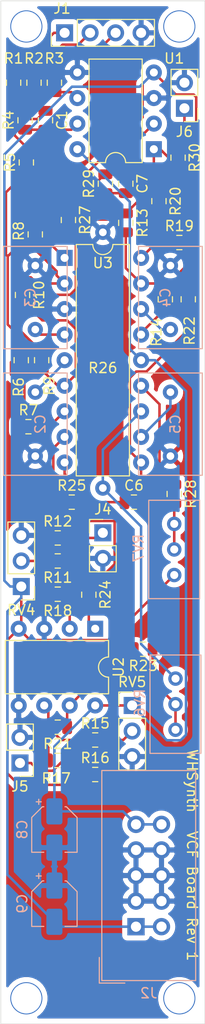
<source format=kicad_pcb>
(kicad_pcb (version 20171130) (host pcbnew "(5.1.2-1)-1")
  (layers (0 F.Cu signal) (31 B.Cu signal) (34 B.Paste user) (35 F.Paste user) (36 B.SilkS user) (37 F.SilkS user) (38 B.Mask user) (39 F.Mask user) (44 Edge.Cuts user))
  (net 0 "")
  (net 1 "Net-(C1-Pad1)")
  (net 2 "Net-(C1-Pad2)")
  (net 3 "Net-(C2-Pad1)")
  (net 4 GNDREF)
  (net 5 "Net-(C3-Pad1)")
  (net 6 "Net-(C4-Pad1)")
  (net 7 "Net-(C5-Pad1)")
  (net 8 "Net-(C6-Pad1)")
  (net 9 "Net-(C6-Pad2)")
  (net 10 "Net-(C7-Pad1)")
  (net 11 "Net-(C7-Pad2)")
  (net 12 "Net-(J1-Pad1)")
  (net 13 "Net-(J4-Pad1)")
  (net 14 "Net-(J5-Pad1)")
  (net 15 "Net-(J6-Pad1)")
  (net 16 "Net-(R1-Pad1)")
  (net 17 "Net-(R5-Pad1)")
  (net 18 "Net-(R6-Pad1)")
  (net 19 "Net-(R7-Pad1)")
  (net 20 +12V)
  (net 21 "Net-(R10-Pad2)")
  (net 22 "Net-(R10-Pad1)")
  (net 23 "Net-(R11-Pad1)")
  (net 24 "Net-(R11-Pad2)")
  (net 25 "Net-(R14-Pad1)")
  (net 26 "Net-(R15-Pad1)")
  (net 27 "Net-(R15-Pad2)")
  (net 28 -12V)
  (net 29 "Net-(R18-Pad1)")
  (net 30 "Net-(R19-Pad1)")
  (net 31 "Net-(R21-Pad1)")
  (net 32 "Net-(R23-Pad1)")
  (net 33 "Net-(R24-Pad1)")
  (net 34 "Net-(R25-Pad1)")
  (net 35 "Net-(R26-Pad1)")
  (net 36 "Net-(R28-Pad1)")
  (net 37 "Net-(R28-Pad2)")
  (net 38 "Net-(J1-Pad2)")
  (net 39 "Net-(J1-Pad3)")
  (module Connector_PinHeader_2.54mm:PinHeader_1x02_P2.54mm_Vertical (layer F.Cu) (at 63.5 78.232)
    (fp_text reference J4 (at 0 -2.33) (layer F.SilkS))
    (fp_text value RES_MOD)
    (pad 2 thru_hole oval (at 0 2.54) (size 1.7 1.7) (drill 1) (layers *.Cu *.Mask) (net 4 GNDREF))
    (pad 1 thru_hole rect (at 0 0) (size 1.7 1.7) (drill 1) (layers *.Cu *.Mask) (net 13 "Net-(J4-Pad1)"))
  )
  (module Connector_PinHeader_2.54mm:PinHeader_1x02_P2.54mm_Vertical (layer F.Cu) (at 55.245 101.092 180)
    (fp_text reference J5 (at 0 -2.33) (layer F.SilkS))
    (fp_text value FREQ_CV)
    (pad 2 thru_hole oval (at 0 2.54 180) (size 1.7 1.7) (drill 1) (layers *.Cu *.Mask) (net 4 GNDREF))
    (pad 1 thru_hole rect (at 0 0 180) (size 1.7 1.7) (drill 1) (layers *.Cu *.Mask) (net 14 "Net-(J5-Pad1)"))
  )
  (module Connector_PinHeader_2.54mm:PinHeader_1x02_P2.54mm_Vertical (layer F.Cu) (at 71.628 36.068 180)
    (fp_text reference J6 (at 0 -2.33) (layer F.SilkS))
    (fp_text value AUDIO_OUT)
    (pad 2 thru_hole oval (at 0 2.54 180) (size 1.7 1.7) (drill 1) (layers *.Cu *.Mask) (net 4 GNDREF))
    (pad 1 thru_hole rect (at 0 0 180) (size 1.7 1.7) (drill 1) (layers *.Cu *.Mask) (net 15 "Net-(J6-Pad1)"))
  )
  (module Connector_PinHeader_2.54mm:PinHeader_1x03_P2.54mm_Vertical (layer F.Cu) (at 55.372 83.566 180)
    (fp_text reference RV4 (at 0 -2.33) (layer F.SilkS))
    (fp_text value 100K)
    (pad 3 thru_hole oval (at 0 5.08 180) (size 1.7 1.7) (drill 1) (layers *.Cu *.Mask) (net 4 GNDREF))
    (pad 2 thru_hole oval (at 0 2.54 180) (size 1.7 1.7) (drill 1) (layers *.Cu *.Mask) (net 24 "Net-(R11-Pad2)"))
    (pad 1 thru_hole rect (at 0 0 180) (size 1.7 1.7) (drill 1) (layers *.Cu *.Mask) (net 28 -12V))
  )
  (module Connector_PinHeader_2.54mm:PinHeader_1x03_P2.54mm_Vertical (layer F.Cu) (at 66.421 95.377)
    (fp_text reference RV5 (at 0 -2.33) (layer F.SilkS))
    (fp_text value 100K)
    (pad 3 thru_hole oval (at 0 5.08) (size 1.7 1.7) (drill 1) (layers *.Cu *.Mask) (net 4 GNDREF))
    (pad 2 thru_hole oval (at 0 2.54) (size 1.7 1.7) (drill 1) (layers *.Cu *.Mask) (net 27 "Net-(R15-Pad2)"))
    (pad 1 thru_hole rect (at 0 0) (size 1.7 1.7) (drill 1) (layers *.Cu *.Mask) (net 20 +12V))
  )
  (module Package_DIP:DIP-8_W7.62mm (layer F.Cu) (at 68.58 40.132 180)
    (fp_text reference U1 (at -2.032 9.017) (layer F.SilkS))
    (fp_text value TL072)
    (pad 8 thru_hole oval (at 7.62 0 180) (size 1.6 1.6) (drill 0.8) (layers *.Cu *.Mask) (net 20 +12V))
    (pad 4 thru_hole oval (at 0 7.62 180) (size 1.6 1.6) (drill 0.8) (layers *.Cu *.Mask) (net 28 -12V))
    (pad 7 thru_hole oval (at 7.62 2.54 180) (size 1.6 1.6) (drill 0.8) (layers *.Cu *.Mask) (net 2 "Net-(C1-Pad2)"))
    (pad 3 thru_hole oval (at 0 5.08 180) (size 1.6 1.6) (drill 0.8) (layers *.Cu *.Mask) (net 4 GNDREF))
    (pad 6 thru_hole oval (at 7.62 5.08 180) (size 1.6 1.6) (drill 0.8) (layers *.Cu *.Mask) (net 16 "Net-(R1-Pad1)"))
    (pad 2 thru_hole oval (at 0 2.54 180) (size 1.6 1.6) (drill 0.8) (layers *.Cu *.Mask) (net 10 "Net-(C7-Pad1)"))
    (pad 5 thru_hole oval (at 7.62 7.62 180) (size 1.6 1.6) (drill 0.8) (layers *.Cu *.Mask) (net 4 GNDREF))
    (pad 1 thru_hole rect (at 0 0 180) (size 1.6 1.6) (drill 0.8) (layers *.Cu *.Mask) (net 11 "Net-(C7-Pad2)"))
  )
  (module Package_DIP:DIP-8_W7.62mm (layer F.Cu) (at 62.738 87.757 270)
    (fp_text reference U2 (at 3.81 -2.33 90) (layer F.SilkS))
    (fp_text value TL072)
    (pad 8 thru_hole oval (at 7.62 0 270) (size 1.6 1.6) (drill 0.8) (layers *.Cu *.Mask) (net 20 +12V))
    (pad 4 thru_hole oval (at 0 7.62 270) (size 1.6 1.6) (drill 0.8) (layers *.Cu *.Mask) (net 28 -12V))
    (pad 7 thru_hole oval (at 7.62 2.54 270) (size 1.6 1.6) (drill 0.8) (layers *.Cu *.Mask) (net 31 "Net-(R21-Pad1)"))
    (pad 3 thru_hole oval (at 0 5.08 270) (size 1.6 1.6) (drill 0.8) (layers *.Cu *.Mask) (net 4 GNDREF))
    (pad 6 thru_hole oval (at 7.62 5.08 270) (size 1.6 1.6) (drill 0.8) (layers *.Cu *.Mask) (net 26 "Net-(R15-Pad1)"))
    (pad 2 thru_hole oval (at 0 2.54 270) (size 1.6 1.6) (drill 0.8) (layers *.Cu *.Mask) (net 23 "Net-(R11-Pad1)"))
    (pad 5 thru_hole oval (at 7.62 7.62 270) (size 1.6 1.6) (drill 0.8) (layers *.Cu *.Mask) (net 4 GNDREF))
    (pad 1 thru_hole rect (at 0 0 270) (size 1.6 1.6) (drill 0.8) (layers *.Cu *.Mask) (net 29 "Net-(R18-Pad1)"))
  )
  (module Package_DIP:DIP-18_W7.62mm (layer F.Cu) (at 59.69 50.927)
    (fp_text reference U3 (at 3.81 0.508) (layer F.SilkS))
    (fp_text value AS3320)
    (pad 18 thru_hole oval (at 7.62 0) (size 1.6 1.6) (drill 0.8) (layers *.Cu *.Mask) (net 30 "Net-(R19-Pad1)"))
    (pad 9 thru_hole oval (at 0 20.32) (size 1.6 1.6) (drill 0.8) (layers *.Cu *.Mask) (net 33 "Net-(R24-Pad1)"))
    (pad 17 thru_hole oval (at 7.62 2.54) (size 1.6 1.6) (drill 0.8) (layers *.Cu *.Mask) (net 22 "Net-(R10-Pad1)"))
    (pad 8 thru_hole oval (at 0 17.78) (size 1.6 1.6) (drill 0.8) (layers *.Cu *.Mask) (net 34 "Net-(R25-Pad1)"))
    (pad 16 thru_hole oval (at 7.62 5.08) (size 1.6 1.6) (drill 0.8) (layers *.Cu *.Mask) (net 6 "Net-(C4-Pad1)"))
    (pad 7 thru_hole oval (at 0 15.24) (size 1.6 1.6) (drill 0.8) (layers *.Cu *.Mask) (net 18 "Net-(R6-Pad1)"))
    (pad 15 thru_hole oval (at 7.62 7.62) (size 1.6 1.6) (drill 0.8) (layers *.Cu *.Mask) (net 25 "Net-(R14-Pad1)"))
    (pad 6 thru_hole oval (at 0 12.7) (size 1.6 1.6) (drill 0.8) (layers *.Cu *.Mask) (net 21 "Net-(R10-Pad2)"))
    (pad 14 thru_hole oval (at 7.62 10.16) (size 1.6 1.6) (drill 0.8) (layers *.Cu *.Mask) (net 20 +12V))
    (pad 5 thru_hole oval (at 0 10.16) (size 1.6 1.6) (drill 0.8) (layers *.Cu *.Mask) (net 3 "Net-(C2-Pad1)"))
    (pad 13 thru_hole oval (at 7.62 12.7) (size 1.6 1.6) (drill 0.8) (layers *.Cu *.Mask) (net 36 "Net-(R28-Pad1)"))
    (pad 4 thru_hole oval (at 0 7.62) (size 1.6 1.6) (drill 0.8) (layers *.Cu *.Mask) (net 5 "Net-(C3-Pad1)"))
    (pad 12 thru_hole oval (at 7.62 15.24) (size 1.6 1.6) (drill 0.8) (layers *.Cu *.Mask) (net 35 "Net-(R26-Pad1)"))
    (pad 3 thru_hole oval (at 0 5.08) (size 1.6 1.6) (drill 0.8) (layers *.Cu *.Mask) (net 4 GNDREF))
    (pad 11 thru_hole oval (at 7.62 17.78) (size 1.6 1.6) (drill 0.8) (layers *.Cu *.Mask) (net 7 "Net-(C5-Pad1)"))
    (pad 2 thru_hole oval (at 0 2.54) (size 1.6 1.6) (drill 0.8) (layers *.Cu *.Mask) (net 19 "Net-(R7-Pad1)"))
    (pad 10 thru_hole oval (at 7.62 20.32) (size 1.6 1.6) (drill 0.8) (layers *.Cu *.Mask) (net 9 "Net-(C6-Pad2)"))
    (pad 1 thru_hole rect (at 0 0) (size 1.6 1.6) (drill 0.8) (layers *.Cu *.Mask) (net 17 "Net-(R5-Pad1)"))
  )
  (module Potentiometer_THT:Potentiometer_Bourns_3296W_Vertical (layer B.Cu) (at 70.739 92.71 90)
    (fp_text reference RV6 (at -2.413 -3.556 90) (layer B.SilkS) (effects (justify mirror)))
    (fp_text value 25K)
    (pad 3 thru_hole circle (at -5.08 0 90) (size 1.44 1.44) (drill 0.8) (layers *.Cu *.Mask) (net 32 "Net-(R23-Pad1)"))
    (pad 2 thru_hole circle (at -2.54 0 90) (size 1.44 1.44) (drill 0.8) (layers *.Cu *.Mask) (net 32 "Net-(R23-Pad1)"))
    (pad 1 thru_hole circle (at 0 0 90) (size 1.44 1.44) (drill 0.8) (layers *.Cu *.Mask) (net 35 "Net-(R26-Pad1)"))
  )
  (module Potentiometer_THT:Potentiometer_Bourns_3296W_Vertical (layer B.Cu) (at 70.612 77.343 90)
    (fp_text reference RV7 (at -2.413 -3.556 90) (layer B.SilkS) (effects (justify mirror)))
    (fp_text value 1K)
    (pad 3 thru_hole circle (at -5.08 0 90) (size 1.44 1.44) (drill 0.8) (layers *.Cu *.Mask) (net 28 -12V))
    (pad 2 thru_hole circle (at -2.54 0 90) (size 1.44 1.44) (drill 0.8) (layers *.Cu *.Mask) (net 37 "Net-(R28-Pad2)"))
    (pad 1 thru_hole circle (at 0 0 90) (size 1.44 1.44) (drill 0.8) (layers *.Cu *.Mask) (net 37 "Net-(R28-Pad2)"))
  )
  (module Connector_PinHeader_2.54mm:PinHeader_1x04_P2.54mm_Vertical (layer F.Cu) (at 59.69 28.575 90)
    (fp_text reference J1 (at 2.413 -0.254 180) (layer F.SilkS))
    (fp_text value Input)
    (pad 4 thru_hole oval (at 0 7.62 90) (size 1.7 1.7) (drill 1) (layers *.Cu *.Mask) (net 4 GNDREF))
    (pad 3 thru_hole oval (at 0 5.08 90) (size 1.7 1.7) (drill 1) (layers *.Cu *.Mask) (net 39 "Net-(J1-Pad3)"))
    (pad 2 thru_hole oval (at 0 2.54 90) (size 1.7 1.7) (drill 1) (layers *.Cu *.Mask) (net 38 "Net-(J1-Pad2)"))
    (pad 1 thru_hole rect (at 0 0 90) (size 1.7 1.7) (drill 1) (layers *.Cu *.Mask) (net 12 "Net-(J1-Pad1)"))
  )
  (module Capacitor_SMD:C_0805_2012Metric (layer F.Cu) (at 57.785 37.2595 270)
    (fp_text reference C1 (at 0 -1.65 90) (layer F.SilkS))
    (fp_text value 15uF)
    (pad 2 smd roundrect (at 0.9375 0 270) (size 0.975 1.4) (layers F.Cu F.Paste F.Mask) (net 2 "Net-(C1-Pad2)"))
    (pad 1 smd roundrect (at -0.9375 0 270) (size 0.975 1.4) (layers F.Cu F.Paste F.Mask) (net 1 "Net-(C1-Pad1)"))
  )
  (module AS3320_VCF:Mica_Cap (layer B.Cu) (at 56.769 67.437 270)
    (fp_text reference C2 (at 0 -0.5 90) (layer B.SilkS) (effects (justify mirror)))
    (fp_text value 300pF)
    (pad 2 thru_hole circle (at 3.175 0 270) (size 1.524 1.524) (drill 0.762) (layers *.Cu *.Mask) (net 4 GNDREF))
    (pad 1 thru_hole circle (at -3.175 0 270) (size 1.524 1.524) (drill 0.762) (layers *.Cu *.Mask) (net 3 "Net-(C2-Pad1)"))
  )
  (module AS3320_VCF:Mica_Cap (layer B.Cu) (at 56.769 54.864 90)
    (fp_text reference C3 (at 0 -0.5 270) (layer B.SilkS) (effects (justify mirror)))
    (fp_text value 300pF)
    (pad 2 thru_hole circle (at 3.175 0 90) (size 1.524 1.524) (drill 0.762) (layers *.Cu *.Mask) (net 4 GNDREF))
    (pad 1 thru_hole circle (at -3.175 0 90) (size 1.524 1.524) (drill 0.762) (layers *.Cu *.Mask) (net 5 "Net-(C3-Pad1)"))
  )
  (module AS3320_VCF:Mica_Cap (layer B.Cu) (at 70.231 54.864 90)
    (fp_text reference C4 (at 0 -0.5 270) (layer B.SilkS) (effects (justify mirror)))
    (fp_text value 300pF)
    (pad 2 thru_hole circle (at 3.175 0 90) (size 1.524 1.524) (drill 0.762) (layers *.Cu *.Mask) (net 4 GNDREF))
    (pad 1 thru_hole circle (at -3.175 0 90) (size 1.524 1.524) (drill 0.762) (layers *.Cu *.Mask) (net 6 "Net-(C4-Pad1)"))
  )
  (module AS3320_VCF:Mica_Cap (layer B.Cu) (at 70.231 67.437 270)
    (fp_text reference C5 (at 0 -0.5 270) (layer B.SilkS) (effects (justify mirror)))
    (fp_text value 300pF)
    (pad 2 thru_hole circle (at 3.175 0 270) (size 1.524 1.524) (drill 0.762) (layers *.Cu *.Mask) (net 4 GNDREF))
    (pad 1 thru_hole circle (at -3.175 0 270) (size 1.524 1.524) (drill 0.762) (layers *.Cu *.Mask) (net 7 "Net-(C5-Pad1)"))
  )
  (module Capacitor_SMD:C_0805_2012Metric (layer F.Cu) (at 66.5965 75.184)
    (fp_text reference C6 (at 0 -1.65) (layer F.SilkS))
    (fp_text value 1uF)
    (pad 2 smd roundrect (at 0.9375 0) (size 0.975 1.4) (layers F.Cu F.Paste F.Mask) (net 9 "Net-(C6-Pad2)"))
    (pad 1 smd roundrect (at -0.9375 0) (size 0.975 1.4) (layers F.Cu F.Paste F.Mask) (net 8 "Net-(C6-Pad1)"))
  )
  (module Capacitor_SMD:C_0805_2012Metric (layer F.Cu) (at 65.786 43.561 270)
    (fp_text reference C7 (at 0 -1.65 90) (layer F.SilkS))
    (fp_text value 33pF)
    (pad 2 smd roundrect (at 0.9375 0 270) (size 0.975 1.4) (layers F.Cu F.Paste F.Mask) (net 11 "Net-(C7-Pad2)"))
    (pad 1 smd roundrect (at -0.9375 0 270) (size 0.975 1.4) (layers F.Cu F.Paste F.Mask) (net 10 "Net-(C7-Pad1)"))
  )
  (module Resistor_SMD:R_0805_2012Metric (layer F.Cu) (at 54.61 33.528 90)
    (fp_text reference R1 (at 2.413 0 180) (layer F.SilkS))
    (fp_text value 100K)
    (pad 2 smd roundrect (at 0.9375 0 90) (size 0.975 1.4) (layers F.Cu F.Paste F.Mask) (net 12 "Net-(J1-Pad1)"))
    (pad 1 smd roundrect (at -0.9375 0 90) (size 0.975 1.4) (layers F.Cu F.Paste F.Mask) (net 16 "Net-(R1-Pad1)"))
  )
  (module Resistor_SMD:R_0805_2012Metric (layer F.Cu) (at 56.642 33.528 90)
    (fp_text reference R2 (at 2.413 0 180) (layer F.SilkS))
    (fp_text value 100K)
    (pad 2 smd roundrect (at 0.9375 0 90) (size 0.975 1.4) (layers F.Cu F.Paste F.Mask) (net 38 "Net-(J1-Pad2)"))
    (pad 1 smd roundrect (at -0.9375 0 90) (size 0.975 1.4) (layers F.Cu F.Paste F.Mask) (net 16 "Net-(R1-Pad1)"))
  )
  (module Resistor_SMD:R_0805_2012Metric (layer F.Cu) (at 58.674 33.528 90)
    (fp_text reference R3 (at 2.413 0 180) (layer F.SilkS))
    (fp_text value 100K)
    (pad 2 smd roundrect (at 0.9375 0 90) (size 0.975 1.4) (layers F.Cu F.Paste F.Mask) (net 39 "Net-(J1-Pad3)"))
    (pad 1 smd roundrect (at -0.9375 0 90) (size 0.975 1.4) (layers F.Cu F.Paste F.Mask) (net 16 "Net-(R1-Pad1)"))
  )
  (module Resistor_SMD:R_0805_2012Metric (layer F.Cu) (at 55.753 37.2595 90)
    (fp_text reference R4 (at 0 -1.65 90) (layer F.SilkS))
    (fp_text value 100K)
    (pad 2 smd roundrect (at 0.9375 0 90) (size 0.975 1.4) (layers F.Cu F.Paste F.Mask) (net 16 "Net-(R1-Pad1)"))
    (pad 1 smd roundrect (at -0.9375 0 90) (size 0.975 1.4) (layers F.Cu F.Paste F.Mask) (net 2 "Net-(C1-Pad2)"))
  )
  (module Resistor_SMD:R_0805_2012Metric (layer F.Cu) (at 55.88 41.4505 90)
    (fp_text reference R5 (at 0 -1.65 90) (layer F.SilkS))
    (fp_text value 82K)
    (pad 2 smd roundrect (at 0.9375 0 90) (size 0.975 1.4) (layers F.Cu F.Paste F.Mask) (net 1 "Net-(C1-Pad1)"))
    (pad 1 smd roundrect (at -0.9375 0 90) (size 0.975 1.4) (layers F.Cu F.Paste F.Mask) (net 17 "Net-(R5-Pad1)"))
  )
  (module Resistor_SMD:R_0805_2012Metric (layer F.Cu) (at 55.372 61.087 90)
    (fp_text reference R6 (at -2.667 -0.254 90) (layer F.SilkS))
    (fp_text value 82K)
    (pad 2 smd roundrect (at 0.9375 0 90) (size 0.975 1.4) (layers F.Cu F.Paste F.Mask) (net 17 "Net-(R5-Pad1)"))
    (pad 1 smd roundrect (at -0.9375 0 90) (size 0.975 1.4) (layers F.Cu F.Paste F.Mask) (net 18 "Net-(R6-Pad1)"))
  )
  (module Resistor_SMD:R_0805_2012Metric (layer F.Cu) (at 56.0855 67.691)
    (fp_text reference R7 (at 0 -1.65) (layer F.SilkS))
    (fp_text value 82K)
    (pad 2 smd roundrect (at 0.9375 0) (size 0.975 1.4) (layers F.Cu F.Paste F.Mask) (net 18 "Net-(R6-Pad1)"))
    (pad 1 smd roundrect (at -0.9375 0) (size 0.975 1.4) (layers F.Cu F.Paste F.Mask) (net 19 "Net-(R7-Pad1)"))
  )
  (module Resistor_SMD:R_0805_2012Metric (layer F.Cu) (at 56.769 48.5925 270)
    (fp_text reference R8 (at -0.3325 1.651 90) (layer F.SilkS))
    (fp_text value 220K)
    (pad 2 smd roundrect (at 0.9375 0 270) (size 0.975 1.4) (layers F.Cu F.Paste F.Mask) (net 19 "Net-(R7-Pad1)"))
    (pad 1 smd roundrect (at -0.9375 0 270) (size 0.975 1.4) (layers F.Cu F.Paste F.Mask) (net 28 -12V))
  )
  (module Resistor_SMD:R_0805_2012Metric (layer F.Cu) (at 57.404 61.087 90)
    (fp_text reference R9 (at -2.54 0.762 90) (layer F.SilkS))
    (fp_text value 82K)
    (pad 2 smd roundrect (at 0.9375 0 90) (size 0.975 1.4) (layers F.Cu F.Paste F.Mask) (net 19 "Net-(R7-Pad1)"))
    (pad 1 smd roundrect (at -0.9375 0 90) (size 0.975 1.4) (layers F.Cu F.Paste F.Mask) (net 21 "Net-(R10-Pad2)"))
  )
  (module Resistor_SMD:R_0805_2012Metric (layer F.Cu) (at 55.499 54.61 270)
    (fp_text reference R10 (at 0 -1.65 90) (layer F.SilkS))
    (fp_text value 82K)
    (pad 2 smd roundrect (at 0.9375 0 270) (size 0.975 1.4) (layers F.Cu F.Paste F.Mask) (net 21 "Net-(R10-Pad2)"))
    (pad 1 smd roundrect (at -0.9375 0 270) (size 0.975 1.4) (layers F.Cu F.Paste F.Mask) (net 22 "Net-(R10-Pad1)"))
  )
  (module Resistor_SMD:R_0805_2012Metric (layer F.Cu) (at 59.0065 81.026 180)
    (fp_text reference R11 (at 0 -1.65) (layer F.SilkS))
    (fp_text value 300K)
    (pad 2 smd roundrect (at 0.9375 0 180) (size 0.975 1.4) (layers F.Cu F.Paste F.Mask) (net 24 "Net-(R11-Pad2)"))
    (pad 1 smd roundrect (at -0.9375 0 180) (size 0.975 1.4) (layers F.Cu F.Paste F.Mask) (net 23 "Net-(R11-Pad1)"))
  )
  (module Resistor_SMD:R_0805_2012Metric (layer F.Cu) (at 59.0065 78.74)
    (fp_text reference R12 (at 0 -1.65) (layer F.SilkS))
    (fp_text value 100K)
    (pad 2 smd roundrect (at 0.9375 0) (size 0.975 1.4) (layers F.Cu F.Paste F.Mask) (net 13 "Net-(J4-Pad1)"))
    (pad 1 smd roundrect (at -0.9375 0) (size 0.975 1.4) (layers F.Cu F.Paste F.Mask) (net 23 "Net-(R11-Pad1)"))
  )
  (module Resistor_SMD:R_0805_2012Metric (layer F.Cu) (at 65.786 47.4495 270)
    (fp_text reference R13 (at 0 -1.65 90) (layer F.SilkS))
    (fp_text value 220K)
    (pad 2 smd roundrect (at 0.9375 0 270) (size 0.975 1.4) (layers F.Cu F.Paste F.Mask) (net 22 "Net-(R10-Pad1)"))
    (pad 1 smd roundrect (at -0.9375 0 270) (size 0.975 1.4) (layers F.Cu F.Paste F.Mask) (net 28 -12V))
  )
  (module Resistor_SMD:R_0805_2012Metric (layer F.Cu) (at 69.723 55.0395 90)
    (fp_text reference R14 (at -3.2535 -0.889 90) (layer F.SilkS))
    (fp_text value 82K)
    (pad 2 smd roundrect (at 0.9375 0 90) (size 0.975 1.4) (layers F.Cu F.Paste F.Mask) (net 22 "Net-(R10-Pad1)"))
    (pad 1 smd roundrect (at -0.9375 0 90) (size 0.975 1.4) (layers F.Cu F.Paste F.Mask) (net 25 "Net-(R14-Pad1)"))
  )
  (module Resistor_SMD:R_0805_2012Metric (layer F.Cu) (at 62.738 98.806)
    (fp_text reference R15 (at 0 -1.65) (layer F.SilkS))
    (fp_text value 125K)
    (pad 2 smd roundrect (at 0.9375 0) (size 0.975 1.4) (layers F.Cu F.Paste F.Mask) (net 27 "Net-(R15-Pad2)"))
    (pad 1 smd roundrect (at -0.9375 0) (size 0.975 1.4) (layers F.Cu F.Paste F.Mask) (net 26 "Net-(R15-Pad1)"))
  )
  (module Resistor_SMD:R_0805_2012Metric (layer F.Cu) (at 62.738 102.235)
    (fp_text reference R16 (at 0 -1.65) (layer F.SilkS))
    (fp_text value 150K)
    (pad 2 smd roundrect (at 0.9375 0) (size 0.975 1.4) (layers F.Cu F.Paste F.Mask) (net 28 -12V))
    (pad 1 smd roundrect (at -0.9375 0) (size 0.975 1.4) (layers F.Cu F.Paste F.Mask) (net 26 "Net-(R15-Pad1)"))
  )
  (module Resistor_SMD:R_0805_2012Metric (layer F.Cu) (at 58.9765 100.838)
    (fp_text reference R17 (at -0.127 1.778) (layer F.SilkS))
    (fp_text value 100K)
    (pad 2 smd roundrect (at 0.9375 0) (size 0.975 1.4) (layers F.Cu F.Paste F.Mask) (net 14 "Net-(J5-Pad1)"))
    (pad 1 smd roundrect (at -0.9375 0) (size 0.975 1.4) (layers F.Cu F.Paste F.Mask) (net 26 "Net-(R15-Pad1)"))
  )
  (module Resistor_SMD:R_0805_2012Metric (layer F.Cu) (at 59.0065 84.328 180)
    (fp_text reference R18 (at 0 -1.65) (layer F.SilkS))
    (fp_text value 100K)
    (pad 2 smd roundrect (at 0.9375 0 180) (size 0.975 1.4) (layers F.Cu F.Paste F.Mask) (net 23 "Net-(R11-Pad1)"))
    (pad 1 smd roundrect (at -0.9375 0 180) (size 0.975 1.4) (layers F.Cu F.Paste F.Mask) (net 29 "Net-(R18-Pad1)"))
  )
  (module Resistor_SMD:R_0805_2012Metric (layer F.Cu) (at 71.12 49.403)
    (fp_text reference R19 (at 0 -1.65) (layer F.SilkS))
    (fp_text value 82K)
    (pad 2 smd roundrect (at 0.9375 0) (size 0.975 1.4) (layers F.Cu F.Paste F.Mask) (net 25 "Net-(R14-Pad1)"))
    (pad 1 smd roundrect (at -0.9375 0) (size 0.975 1.4) (layers F.Cu F.Paste F.Mask) (net 30 "Net-(R19-Pad1)"))
  )
  (module Resistor_SMD:R_0805_2012Metric (layer F.Cu) (at 69.088 45.2905 270)
    (fp_text reference R20 (at 0 -1.65 90) (layer F.SilkS))
    (fp_text value 220K)
    (pad 2 smd roundrect (at 0.9375 0 270) (size 0.975 1.4) (layers F.Cu F.Paste F.Mask) (net 30 "Net-(R19-Pad1)"))
    (pad 1 smd roundrect (at -0.9375 0 270) (size 0.975 1.4) (layers F.Cu F.Paste F.Mask) (net 28 -12V))
  )
  (module Resistor_SMD:R_0805_2012Metric (layer F.Cu) (at 59.0065 97.536 180)
    (fp_text reference R21 (at 0 -1.65) (layer F.SilkS))
    (fp_text value 100K)
    (pad 2 smd roundrect (at 0.9375 0 180) (size 0.975 1.4) (layers F.Cu F.Paste F.Mask) (net 26 "Net-(R15-Pad1)"))
    (pad 1 smd roundrect (at -0.9375 0 180) (size 0.975 1.4) (layers F.Cu F.Paste F.Mask) (net 31 "Net-(R21-Pad1)"))
  )
  (module Resistor_SMD:R_0805_2012Metric (layer F.Cu) (at 72.009 55.0395 90)
    (fp_text reference R22 (at -3.1265 0.127 90) (layer F.SilkS))
    (fp_text value 82K)
    (pad 2 smd roundrect (at 0.9375 0 90) (size 0.975 1.4) (layers F.Cu F.Paste F.Mask) (net 30 "Net-(R19-Pad1)"))
    (pad 1 smd roundrect (at -0.9375 0 90) (size 0.975 1.4) (layers F.Cu F.Paste F.Mask) (net 9 "Net-(C6-Pad2)"))
  )
  (module Resistor_SMD:R_0805_2012Metric (layer F.Cu) (at 67.5155 89.789 180)
    (fp_text reference R23 (at 0 -1.65) (layer F.SilkS))
    (fp_text value 44.2K)
    (pad 2 smd roundrect (at 0.9375 0 180) (size 0.975 1.4) (layers F.Cu F.Paste F.Mask) (net 31 "Net-(R21-Pad1)"))
    (pad 1 smd roundrect (at -0.9375 0 180) (size 0.975 1.4) (layers F.Cu F.Paste F.Mask) (net 32 "Net-(R23-Pad1)"))
  )
  (module Resistor_SMD:R_0805_2012Metric (layer F.Cu) (at 62.103 84.3765 270)
    (fp_text reference R24 (at 0 -1.65 90) (layer F.SilkS))
    (fp_text value 39K)
    (pad 2 smd roundrect (at 0.9375 0 270) (size 0.975 1.4) (layers F.Cu F.Paste F.Mask) (net 29 "Net-(R18-Pad1)"))
    (pad 1 smd roundrect (at -0.9375 0 270) (size 0.975 1.4) (layers F.Cu F.Paste F.Mask) (net 33 "Net-(R24-Pad1)"))
  )
  (module Resistor_SMD:R_0805_2012Metric (layer F.Cu) (at 60.4035 75.184)
    (fp_text reference R25 (at 0 -1.65) (layer F.SilkS))
    (fp_text value R_RI)
    (pad 2 smd roundrect (at 0.9375 0) (size 0.975 1.4) (layers F.Cu F.Paste F.Mask) (net 8 "Net-(C6-Pad1)"))
    (pad 1 smd roundrect (at -0.9375 0) (size 0.975 1.4) (layers F.Cu F.Paste F.Mask) (net 34 "Net-(R25-Pad1)"))
  )
  (module Resistor_SMD:R_0805_2012Metric (layer F.Cu) (at 60.071 47.1655 270)
    (fp_text reference R27 (at 0 -1.65 90) (layer F.SilkS))
    (fp_text value 100K)
    (pad 2 smd roundrect (at 0.9375 0 270) (size 0.975 1.4) (layers F.Cu F.Paste F.Mask) (net 8 "Net-(C6-Pad1)"))
    (pad 1 smd roundrect (at -0.9375 0 270) (size 0.975 1.4) (layers F.Cu F.Paste F.Mask) (net 10 "Net-(C7-Pad1)"))
  )
  (module Resistor_SMD:R_0805_2012Metric (layer F.Cu) (at 70.612 74.3735 270)
    (fp_text reference R28 (at 0 -1.65 90) (layer F.SilkS))
    (fp_text value 750)
    (pad 2 smd roundrect (at 0.9375 0 270) (size 0.975 1.4) (layers F.Cu F.Paste F.Mask) (net 37 "Net-(R28-Pad2)"))
    (pad 1 smd roundrect (at -0.9375 0 270) (size 0.975 1.4) (layers F.Cu F.Paste F.Mask) (net 36 "Net-(R28-Pad1)"))
  )
  (module Resistor_SMD:R_0805_2012Metric (layer F.Cu) (at 63.754 43.561 90)
    (fp_text reference R29 (at 0 -1.65 90) (layer F.SilkS))
    (fp_text value 200K)
    (pad 2 smd roundrect (at 0.9375 0 90) (size 0.975 1.4) (layers F.Cu F.Paste F.Mask) (net 10 "Net-(C7-Pad1)"))
    (pad 1 smd roundrect (at -0.9375 0 90) (size 0.975 1.4) (layers F.Cu F.Paste F.Mask) (net 11 "Net-(C7-Pad2)"))
  )
  (module Resistor_SMD:R_0805_2012Metric (layer F.Cu) (at 70.993 40.9725 270)
    (fp_text reference R30 (at 0 -1.65 90) (layer F.SilkS))
    (fp_text value 1K)
    (pad 2 smd roundrect (at 0.9375 0 270) (size 0.975 1.4) (layers F.Cu F.Paste F.Mask) (net 11 "Net-(C7-Pad2)"))
    (pad 1 smd roundrect (at -0.9375 0 270) (size 0.975 1.4) (layers F.Cu F.Paste F.Mask) (net 15 "Net-(J6-Pad1)"))
  )
  (module Capacitor_SMD:CP_Elec_4x3 (layer B.Cu) (at 58.674 107.696 270)
    (fp_text reference C8 (at 0 3.2 90) (layer B.SilkS) (effects (justify mirror)))
    (fp_text value 10uF)
    (pad 2 smd roundrect (at 1.8 0 270) (size 2.6 1.6) (layers B.Cu B.Paste B.Mask) (roundrect_rratio 0.15625) (net 4 GNDREF))
    (pad 1 smd roundrect (at -1.8 0 270) (size 2.6 1.6) (layers B.Cu B.Paste B.Mask) (roundrect_rratio 0.15625) (net 20 +12V))
  )
  (module Capacitor_SMD:CP_Elec_4x3 (layer B.Cu) (at 58.674 115.062 270)
    (fp_text reference C9 (at 0 3.2 90) (layer B.SilkS) (effects (justify mirror)))
    (fp_text value 10uF)
    (pad 2 smd roundrect (at 1.8 0 270) (size 2.6 1.6) (layers B.Cu B.Paste B.Mask) (roundrect_rratio 0.15625) (net 28 -12V))
    (pad 1 smd roundrect (at -1.8 0 270) (size 2.6 1.6) (layers B.Cu B.Paste B.Mask) (roundrect_rratio 0.15625) (net 4 GNDREF))
  )
  (module Connector_IDC:IDC-Header_2x05_P2.54mm_Vertical (layer B.Cu) (at 66.802 117.348)
    (fp_text reference J2 (at 1.27 6.604) (layer B.SilkS) (effects (justify mirror)))
    (fp_text value Power)
    (pad 10 thru_hole oval (at 2.54 -10.16) (size 1.7272 1.7272) (drill 1.016) (layers *.Cu *.Mask) (net 20 +12V))
    (pad 9 thru_hole oval (at 0 -10.16) (size 1.7272 1.7272) (drill 1.016) (layers *.Cu *.Mask) (net 20 +12V))
    (pad 8 thru_hole oval (at 2.54 -7.62) (size 1.7272 1.7272) (drill 1.016) (layers *.Cu *.Mask) (net 4 GNDREF))
    (pad 7 thru_hole oval (at 0 -7.62) (size 1.7272 1.7272) (drill 1.016) (layers *.Cu *.Mask) (net 4 GNDREF))
    (pad 6 thru_hole oval (at 2.54 -5.08) (size 1.7272 1.7272) (drill 1.016) (layers *.Cu *.Mask) (net 4 GNDREF))
    (pad 5 thru_hole oval (at 0 -5.08) (size 1.7272 1.7272) (drill 1.016) (layers *.Cu *.Mask) (net 4 GNDREF))
    (pad 4 thru_hole oval (at 2.54 -2.54) (size 1.7272 1.7272) (drill 1.016) (layers *.Cu *.Mask) (net 4 GNDREF))
    (pad 3 thru_hole oval (at 0 -2.54) (size 1.7272 1.7272) (drill 1.016) (layers *.Cu *.Mask) (net 4 GNDREF))
    (pad 2 thru_hole oval (at 2.54 0) (size 1.7272 1.7272) (drill 1.016) (layers *.Cu *.Mask) (net 28 -12V))
    (pad 1 thru_hole rect (at 0 0) (size 1.7272 1.7272) (drill 1.016) (layers *.Cu *.Mask) (net 28 -12V))
  )
  (module AS3320_VCF:Tempco (layer F.Cu) (at 63.5 62.357 180)
    (fp_text reference R26 (at 0 0.5) (layer F.SilkS))
    (fp_text value TC)
    (pad 2 thru_hole circle (at 0 13.97 180) (size 1.524 1.524) (drill 0.762) (layers *.Cu *.Mask) (net 4 GNDREF))
    (pad 1 thru_hole circle (at 0 -11.43 180) (size 1.524 1.524) (drill 0.762) (layers *.Cu *.Mask) (net 35 "Net-(R26-Pad1)"))
  )
  (gr_text "VCF Board Rev 1" (at 72.39 114.3 270) (layer F.SilkS) (effects (font (size 1 1))))
  (gr_text WHSynth (at 72.39 102.87 270) (layer F.SilkS) (effects (font (size 1 1))))
  (gr_line (start 73.66 127) (end 73.66 25.4) (layer Edge.Cuts) (width 0.05))
  (gr_line (start 53.34 127) (end 73.66 127) (layer Edge.Cuts) (width 0.05))
  (gr_line (start 53.34 25.4) (end 53.34 127) (layer Edge.Cuts) (width 0.05))
  (gr_line (start 53.34 25.4) (end 73.66 25.4) (layer Edge.Cuts) (width 0.05))
  (via (at 55.88 27.94) (size 3.2) (drill 3) (layers F.Cu B.Cu) (net 0))
  (via (at 71.12 27.94) (size 3.2) (drill 3) (layers F.Cu B.Cu) (net 0))
  (via (at 55.88 124.46) (size 3.2) (drill 3) (layers F.Cu B.Cu) (net 0))
  (via (at 71.12 124.46) (size 3.2) (drill 3) (layers F.Cu B.Cu) (net 0))
  (segment (start 57.228763 36.878237) (end 57.785 36.322) (width 0.25) (layer F.Cu) (net 1))
  (segment (start 56.97249 37.13451) (end 57.228763 36.878237) (width 0.25) (layer F.Cu) (net 1))
  (segment (start 55.31114 37.13451) (end 56.97249 37.13451) (width 0.25) (layer F.Cu) (net 1))
  (segment (start 54.72799 37.71766) (end 55.31114 37.13451) (width 0.25) (layer F.Cu) (net 1))
  (segment (start 54.72799 38.77349) (end 54.72799 37.71766) (width 0.25) (layer F.Cu) (net 1))
  (segment (start 55.88 39.9255) (end 54.72799 38.77349) (width 0.25) (layer F.Cu) (net 1))
  (segment (start 55.88 40.513) (end 55.88 39.9255) (width 0.25) (layer F.Cu) (net 1))
  (segment (start 55.753 38.197) (end 57.785 38.197) (width 0.25) (layer F.Cu) (net 2))
  (segment (start 60.355 38.197) (end 60.96 37.592) (width 0.25) (layer F.Cu) (net 2))
  (segment (start 57.785 38.197) (end 60.355 38.197) (width 0.25) (layer F.Cu) (net 2))
  (segment (start 59.69 61.341) (end 59.69 61.087) (width 0.25) (layer B.Cu) (net 3))
  (segment (start 56.769 64.262) (end 59.69 61.341) (width 0.25) (layer B.Cu) (net 3))
  (segment (start 57.277 58.547) (end 56.769 58.039) (width 0.25) (layer F.Cu) (net 5))
  (segment (start 59.69 58.547) (end 57.277 58.547) (width 0.25) (layer F.Cu) (net 5))
  (segment (start 69.342 58.039) (end 70.231 58.039) (width 0.25) (layer B.Cu) (net 6))
  (segment (start 67.31 56.007) (end 69.342 58.039) (width 0.25) (layer B.Cu) (net 6))
  (segment (start 70.231 65.786) (end 70.231 64.262) (width 0.25) (layer B.Cu) (net 7))
  (segment (start 67.31 68.707) (end 70.231 65.786) (width 0.25) (layer B.Cu) (net 7))
  (segment (start 61.341 75.184) (end 65.659 75.184) (width 0.25) (layer F.Cu) (net 8))
  (segment (start 61.341 74.384) (end 61.341 75.184) (width 0.25) (layer F.Cu) (net 8))
  (segment (start 61.341 48.573) (end 61.341 74.384) (width 0.25) (layer F.Cu) (net 8))
  (segment (start 60.871 48.103) (end 61.341 48.573) (width 0.25) (layer F.Cu) (net 8))
  (segment (start 60.071 48.103) (end 60.871 48.103) (width 0.25) (layer F.Cu) (net 8))
  (segment (start 67.31 74.96) (end 67.534 75.184) (width 0.25) (layer F.Cu) (net 9))
  (segment (start 67.31 71.247) (end 67.31 74.96) (width 0.25) (layer F.Cu) (net 9))
  (segment (start 72.009 56.5645) (end 72.009 55.977) (width 0.25) (layer F.Cu) (net 9))
  (segment (start 72.009 58.053002) (end 72.009 56.5645) (width 0.25) (layer F.Cu) (net 9))
  (segment (start 67.850001 62.212001) (end 72.009 58.053002) (width 0.25) (layer F.Cu) (net 9))
  (segment (start 66.819999 62.212001) (end 67.850001 62.212001) (width 0.25) (layer F.Cu) (net 9))
  (segment (start 66.184999 62.847001) (end 66.819999 62.212001) (width 0.25) (layer F.Cu) (net 9))
  (segment (start 66.184999 70.121999) (end 66.184999 62.847001) (width 0.25) (layer F.Cu) (net 9))
  (segment (start 67.31 71.247) (end 66.184999 70.121999) (width 0.25) (layer F.Cu) (net 9))
  (segment (start 65.786 42.6235) (end 63.754 42.6235) (width 0.25) (layer F.Cu) (net 10))
  (segment (start 67.780001 38.391999) (end 68.58 37.592) (width 0.25) (layer F.Cu) (net 10))
  (segment (start 66.342237 39.829763) (end 67.780001 38.391999) (width 0.25) (layer F.Cu) (net 10))
  (segment (start 66.342237 42.067263) (end 66.342237 39.829763) (width 0.25) (layer F.Cu) (net 10))
  (segment (start 65.786 42.6235) (end 66.342237 42.067263) (width 0.25) (layer F.Cu) (net 10))
  (segment (start 63.6755 42.6235) (end 63.754 42.6235) (width 0.25) (layer F.Cu) (net 10))
  (segment (start 60.071 46.228) (end 63.6755 42.6235) (width 0.25) (layer F.Cu) (net 10))
  (segment (start 69.215 40.132) (end 68.58 40.132) (width 0.25) (layer F.Cu) (net 11))
  (segment (start 70.993 41.91) (end 69.215 40.132) (width 0.25) (layer F.Cu) (net 11))
  (segment (start 68.58 41.7045) (end 68.58 40.132) (width 0.25) (layer F.Cu) (net 11))
  (segment (start 65.786 44.4985) (end 68.58 41.7045) (width 0.25) (layer F.Cu) (net 11))
  (segment (start 63.754 44.4985) (end 65.786 44.4985) (width 0.25) (layer F.Cu) (net 11))
  (segment (start 58.6255 28.575) (end 59.69 28.575) (width 0.25) (layer F.Cu) (net 12))
  (segment (start 54.61 32.5905) (end 58.6255 28.575) (width 0.25) (layer F.Cu) (net 12))
  (segment (start 62.992 78.74) (end 63.5 78.232) (width 0.25) (layer F.Cu) (net 13))
  (segment (start 59.944 78.74) (end 62.992 78.74) (width 0.25) (layer F.Cu) (net 13))
  (segment (start 56.345 101.092) (end 55.245 101.092) (width 0.25) (layer F.Cu) (net 14))
  (segment (start 57.11601 101.86301) (end 56.345 101.092) (width 0.25) (layer F.Cu) (net 14))
  (segment (start 58.51834 101.86301) (end 57.11601 101.86301) (width 0.25) (layer F.Cu) (net 14))
  (segment (start 59.54335 100.838) (end 58.51834 101.86301) (width 0.25) (layer F.Cu) (net 14))
  (segment (start 59.914 100.838) (end 59.54335 100.838) (width 0.25) (layer F.Cu) (net 14))
  (segment (start 71.628 39.4) (end 70.993 40.035) (width 0.25) (layer F.Cu) (net 15))
  (segment (start 71.628 36.068) (end 71.628 39.4) (width 0.25) (layer F.Cu) (net 15))
  (segment (start 54.61 34.4655) (end 56.642 34.4655) (width 0.25) (layer F.Cu) (net 16))
  (segment (start 56.642 34.4655) (end 58.674 34.4655) (width 0.25) (layer F.Cu) (net 16))
  (segment (start 60.3735 34.4655) (end 60.96 35.052) (width 0.25) (layer F.Cu) (net 16))
  (segment (start 58.674 34.4655) (end 60.3735 34.4655) (width 0.25) (layer F.Cu) (net 16))
  (segment (start 56.642 35.433) (end 55.753 36.322) (width 0.25) (layer F.Cu) (net 16))
  (segment (start 56.642 34.4655) (end 56.642 35.433) (width 0.25) (layer F.Cu) (net 16))
  (segment (start 57.46084 48.71749) (end 59.67035 50.927) (width 0.25) (layer F.Cu) (net 17))
  (segment (start 59.67035 50.927) (end 59.69 50.927) (width 0.25) (layer F.Cu) (net 17))
  (segment (start 54.02398 57.539152) (end 54.02398 50.77067) (width 0.25) (layer F.Cu) (net 17))
  (segment (start 54.47399 57.989162) (end 54.02398 57.539152) (width 0.25) (layer F.Cu) (net 17))
  (segment (start 56.07716 48.71749) (end 57.46084 48.71749) (width 0.25) (layer F.Cu) (net 17))
  (segment (start 54.47399 59.25149) (end 54.47399 57.989162) (width 0.25) (layer F.Cu) (net 17))
  (segment (start 54.02398 50.77067) (end 56.07716 48.71749) (width 0.25) (layer F.Cu) (net 17))
  (segment (start 55.372 60.1495) (end 54.47399 59.25149) (width 0.25) (layer F.Cu) (net 17))
  (segment (start 53.848 50.59469) (end 54.02398 50.77067) (width 0.25) (layer F.Cu) (net 17))
  (segment (start 53.848 44.42) (end 53.848 50.59469) (width 0.25) (layer F.Cu) (net 17))
  (segment (start 55.88 42.388) (end 53.848 44.42) (width 0.25) (layer F.Cu) (net 17))
  (segment (start 56.466763 67.134763) (end 57.023 67.691) (width 0.25) (layer F.Cu) (net 18))
  (segment (start 55.681999 66.349999) (end 56.466763 67.134763) (width 0.25) (layer F.Cu) (net 18))
  (segment (start 55.681999 62.921999) (end 55.681999 66.349999) (width 0.25) (layer F.Cu) (net 18))
  (segment (start 55.372 62.612) (end 55.681999 62.921999) (width 0.25) (layer F.Cu) (net 18))
  (segment (start 55.372 62.0245) (end 55.372 62.612) (width 0.25) (layer F.Cu) (net 18))
  (segment (start 58.166 67.691) (end 57.023 67.691) (width 0.25) (layer F.Cu) (net 18))
  (segment (start 59.69 66.167) (end 58.166 67.691) (width 0.25) (layer F.Cu) (net 18))
  (segment (start 58.890001 52.667001) (end 59.69 53.467) (width 0.25) (layer F.Cu) (net 19))
  (segment (start 58.890001 52.238501) (end 58.890001 52.667001) (width 0.25) (layer F.Cu) (net 19))
  (segment (start 56.769 50.1175) (end 58.890001 52.238501) (width 0.25) (layer F.Cu) (net 19))
  (segment (start 56.769 49.53) (end 56.769 50.1175) (width 0.25) (layer F.Cu) (net 19))
  (segment (start 56.847763 59.593263) (end 57.404 60.1495) (width 0.25) (layer F.Cu) (net 19))
  (segment (start 56.714501 59.593263) (end 56.847763 59.593263) (width 0.25) (layer F.Cu) (net 19))
  (segment (start 54.47399 57.352752) (end 56.714501 59.593263) (width 0.25) (layer F.Cu) (net 19))
  (segment (start 54.47399 53.19316) (end 54.47399 57.352752) (width 0.25) (layer F.Cu) (net 19))
  (segment (start 54.80716 52.85999) (end 54.47399 53.19316) (width 0.25) (layer F.Cu) (net 19))
  (segment (start 56.331228 52.85999) (end 54.80716 52.85999) (width 0.25) (layer F.Cu) (net 19))
  (segment (start 56.938238 53.467) (end 56.331228 52.85999) (width 0.25) (layer F.Cu) (net 19))
  (segment (start 59.69 53.467) (end 56.938238 53.467) (width 0.25) (layer F.Cu) (net 19))
  (segment (start 56.847763 60.705737) (end 57.404 60.1495) (width 0.25) (layer F.Cu) (net 19))
  (segment (start 56.59149 60.96201) (end 56.847763 60.705737) (width 0.25) (layer F.Cu) (net 19))
  (segment (start 54.68016 60.96201) (end 56.59149 60.96201) (width 0.25) (layer F.Cu) (net 19))
  (segment (start 54.34699 61.29518) (end 54.68016 60.96201) (width 0.25) (layer F.Cu) (net 19))
  (segment (start 54.34699 62.50384) (end 54.34699 61.29518) (width 0.25) (layer F.Cu) (net 19))
  (segment (start 55.148 63.30485) (end 54.34699 62.50384) (width 0.25) (layer F.Cu) (net 19))
  (segment (start 55.148 67.691) (end 55.148 63.30485) (width 0.25) (layer F.Cu) (net 19))
  (segment (start 62.738 95.377) (end 66.421 95.377) (width 0.25) (layer F.Cu) (net 20))
  (segment (start 66.510001 60.287001) (end 67.31 61.087) (width 0.25) (layer B.Cu) (net 20))
  (segment (start 66.184999 59.961999) (end 66.510001 60.287001) (width 0.25) (layer B.Cu) (net 20))
  (segment (start 66.184999 45.356999) (end 66.184999 59.961999) (width 0.25) (layer B.Cu) (net 20))
  (segment (start 60.96 40.132) (end 66.184999 45.356999) (width 0.25) (layer B.Cu) (net 20))
  (segment (start 69.879001 98.835001) (end 66.421 95.377) (width 0.25) (layer B.Cu) (net 20))
  (segment (start 71.240601 98.835001) (end 69.879001 98.835001) (width 0.25) (layer B.Cu) (net 20))
  (segment (start 71.784001 98.291601) (end 71.240601 98.835001) (width 0.25) (layer B.Cu) (net 20))
  (segment (start 71.784001 64.164001) (end 71.784001 98.291601) (width 0.25) (layer B.Cu) (net 20))
  (segment (start 68.707 61.087) (end 71.784001 64.164001) (width 0.25) (layer B.Cu) (net 20))
  (segment (start 67.31 61.087) (end 68.707 61.087) (width 0.25) (layer B.Cu) (net 20))
  (segment (start 58.674 99.441) (end 62.738 95.377) (width 0.25) (layer B.Cu) (net 20))
  (segment (start 58.674 105.896) (end 58.674 99.441) (width 0.25) (layer B.Cu) (net 20))
  (segment (start 58.674 105.896) (end 65.51 105.896) (width 0.25) (layer B.Cu) (net 20))
  (segment (start 65.51 105.896) (end 66.802 107.188) (width 0.25) (layer B.Cu) (net 20))
  (segment (start 66.802 107.188) (end 69.342 107.188) (width 0.25) (layer B.Cu) (net 20))
  (segment (start 59.0065 63.627) (end 59.69 63.627) (width 0.25) (layer F.Cu) (net 21))
  (segment (start 57.404 62.0245) (end 59.0065 63.627) (width 0.25) (layer F.Cu) (net 21))
  (segment (start 56.055237 56.103737) (end 55.499 55.5475) (width 0.25) (layer F.Cu) (net 21))
  (segment (start 56.442499 56.103737) (end 56.055237 56.103737) (width 0.25) (layer F.Cu) (net 21))
  (segment (start 57.470763 57.132001) (end 56.442499 56.103737) (width 0.25) (layer F.Cu) (net 21))
  (segment (start 59.940003 57.132001) (end 57.470763 57.132001) (width 0.25) (layer F.Cu) (net 21))
  (segment (start 60.815001 58.006999) (end 59.940003 57.132001) (width 0.25) (layer F.Cu) (net 21))
  (segment (start 60.815001 62.501999) (end 60.815001 58.006999) (width 0.25) (layer F.Cu) (net 21))
  (segment (start 59.69 63.627) (end 60.815001 62.501999) (width 0.25) (layer F.Cu) (net 21))
  (segment (start 69.088 53.467) (end 67.31 53.467) (width 0.25) (layer F.Cu) (net 22))
  (segment (start 69.723 54.102) (end 69.088 53.467) (width 0.25) (layer F.Cu) (net 22))
  (segment (start 65.786 48.9745) (end 65.786 48.387) (width 0.25) (layer F.Cu) (net 22))
  (segment (start 65.786 49.036002) (end 65.786 48.9745) (width 0.25) (layer F.Cu) (net 22))
  (segment (start 57.218501 54.592001) (end 60.230001 54.592001) (width 0.25) (layer F.Cu) (net 22))
  (segment (start 56.299 53.6725) (end 57.218501 54.592001) (width 0.25) (layer F.Cu) (net 22))
  (segment (start 55.499 53.6725) (end 56.299 53.6725) (width 0.25) (layer F.Cu) (net 22))
  (segment (start 65.786 51.943) (end 67.31 53.467) (width 0.25) (layer F.Cu) (net 22))
  (segment (start 65.786 48.387) (end 65.786 51.943) (width 0.25) (layer F.Cu) (net 22))
  (segment (start 65.229763 47.830763) (end 65.786 48.387) (width 0.25) (layer F.Cu) (net 22))
  (segment (start 64.516 47.117) (end 65.229763 47.830763) (width 0.25) (layer F.Cu) (net 22))
  (segment (start 59.309 47.117) (end 64.516 47.117) (width 0.25) (layer F.Cu) (net 22))
  (segment (start 59.04599 47.38001) (end 59.309 47.117) (width 0.25) (layer F.Cu) (net 22))
  (segment (start 59.04599 48.58234) (end 59.04599 47.38001) (width 0.25) (layer F.Cu) (net 22))
  (segment (start 59.37916 48.91551) (end 59.04599 48.58234) (width 0.25) (layer F.Cu) (net 22))
  (segment (start 60.47251 48.91551) (end 59.37916 48.91551) (width 0.25) (layer F.Cu) (net 22))
  (segment (start 60.815001 49.258001) (end 60.47251 48.91551) (width 0.25) (layer F.Cu) (net 22))
  (segment (start 60.815001 54.007001) (end 60.815001 49.258001) (width 0.25) (layer F.Cu) (net 22))
  (segment (start 60.230001 54.592001) (end 60.815001 54.007001) (width 0.25) (layer F.Cu) (net 22))
  (segment (start 59.944 80.615) (end 59.944 81.026) (width 0.25) (layer F.Cu) (net 23))
  (segment (start 58.069 78.74) (end 59.944 80.615) (width 0.25) (layer F.Cu) (net 23))
  (segment (start 58.069 82.901) (end 58.069 84.328) (width 0.25) (layer F.Cu) (net 23))
  (segment (start 59.944 81.026) (end 58.069 82.901) (width 0.25) (layer F.Cu) (net 23))
  (segment (start 60.198 86.457) (end 60.198 87.757) (width 0.25) (layer F.Cu) (net 23))
  (segment (start 58.069 84.328) (end 60.198 86.457) (width 0.25) (layer F.Cu) (net 23))
  (segment (start 57.4815 81.026) (end 55.372 81.026) (width 0.25) (layer F.Cu) (net 24))
  (segment (start 58.069 81.026) (end 57.4815 81.026) (width 0.25) (layer F.Cu) (net 24))
  (segment (start 72.0575 50.203) (end 72.0575 49.403) (width 0.25) (layer F.Cu) (net 25))
  (segment (start 72.0575 51.471262) (end 72.0575 50.203) (width 0.25) (layer F.Cu) (net 25))
  (segment (start 70.98399 52.544772) (end 72.0575 51.471262) (width 0.25) (layer F.Cu) (net 25))
  (segment (start 70.98399 54.71601) (end 70.98399 52.544772) (width 0.25) (layer F.Cu) (net 25))
  (segment (start 69.723 55.977) (end 70.98399 54.71601) (width 0.25) (layer F.Cu) (net 25))
  (segment (start 67.31 58.39) (end 67.31 58.547) (width 0.25) (layer F.Cu) (net 25))
  (segment (start 69.723 55.977) (end 67.31 58.39) (width 0.25) (layer F.Cu) (net 25))
  (segment (start 58.069 95.788) (end 57.658 95.377) (width 0.25) (layer F.Cu) (net 26))
  (segment (start 58.069 97.536) (end 58.069 95.788) (width 0.25) (layer F.Cu) (net 26))
  (segment (start 58.069 100.808) (end 58.039 100.838) (width 0.25) (layer F.Cu) (net 26))
  (segment (start 58.069 97.536) (end 58.069 100.808) (width 0.25) (layer F.Cu) (net 26))
  (segment (start 59.339 98.806) (end 58.069 97.536) (width 0.25) (layer F.Cu) (net 26))
  (segment (start 61.8005 98.806) (end 59.339 98.806) (width 0.25) (layer F.Cu) (net 26))
  (segment (start 61.8005 98.806) (end 61.8005 102.235) (width 0.25) (layer F.Cu) (net 26))
  (segment (start 65.532 98.806) (end 66.421 97.917) (width 0.25) (layer F.Cu) (net 27))
  (segment (start 63.6755 98.806) (end 65.532 98.806) (width 0.25) (layer F.Cu) (net 27))
  (segment (start 67.945 44.353) (end 69.088 44.353) (width 0.25) (layer F.Cu) (net 28))
  (segment (start 65.786 46.512) (end 67.945 44.353) (width 0.25) (layer F.Cu) (net 28))
  (segment (start 69.379999 33.311999) (end 68.58 32.512) (width 0.25) (layer F.Cu) (net 28))
  (segment (start 70.771001 34.703001) (end 69.379999 33.311999) (width 0.25) (layer F.Cu) (net 28))
  (segment (start 72.548003 34.703001) (end 70.771001 34.703001) (width 0.25) (layer F.Cu) (net 28))
  (segment (start 72.803001 34.957999) (end 72.548003 34.703001) (width 0.25) (layer F.Cu) (net 28))
  (segment (start 72.803001 41.604349) (end 72.803001 34.957999) (width 0.25) (layer F.Cu) (net 28))
  (segment (start 71.68484 42.72251) (end 72.803001 41.604349) (width 0.25) (layer F.Cu) (net 28))
  (segment (start 70.71849 42.72251) (end 71.68484 42.72251) (width 0.25) (layer F.Cu) (net 28))
  (segment (start 69.088 44.353) (end 70.71849 42.72251) (width 0.25) (layer F.Cu) (net 28))
  (segment (start 67.780001 33.311999) (end 68.58 32.512) (width 0.25) (layer F.Cu) (net 28))
  (segment (start 67.454999 33.637001) (end 67.780001 33.311999) (width 0.25) (layer F.Cu) (net 28))
  (segment (start 67.454999 36.969001) (end 67.454999 33.637001) (width 0.25) (layer F.Cu) (net 28))
  (segment (start 56.769 47.655) (end 67.454999 36.969001) (width 0.25) (layer F.Cu) (net 28))
  (segment (start 55.372 87.503) (end 55.118 87.757) (width 0.25) (layer F.Cu) (net 28))
  (segment (start 55.372 83.566) (end 55.372 87.503) (width 0.25) (layer F.Cu) (net 28))
  (segment (start 69.892001 83.142999) (end 70.612 82.423) (width 0.25) (layer F.Cu) (net 28))
  (segment (start 64.152999 88.882001) (end 69.892001 83.142999) (width 0.25) (layer F.Cu) (net 28))
  (segment (start 56.243001 88.882001) (end 64.152999 88.882001) (width 0.25) (layer F.Cu) (net 28))
  (segment (start 55.118 87.757) (end 56.243001 88.882001) (width 0.25) (layer F.Cu) (net 28))
  (segment (start 67.780001 33.311999) (end 68.58 32.512) (width 0.25) (layer B.Cu) (net 28))
  (segment (start 67.165001 33.926999) (end 67.780001 33.311999) (width 0.25) (layer B.Cu) (net 28))
  (segment (start 60.419999 33.926999) (end 67.165001 33.926999) (width 0.25) (layer B.Cu) (net 28))
  (segment (start 53.69001 40.656988) (end 60.419999 33.926999) (width 0.25) (layer B.Cu) (net 28))
  (segment (start 53.69001 82.98401) (end 53.69001 40.656988) (width 0.25) (layer B.Cu) (net 28))
  (segment (start 54.272 83.566) (end 53.69001 82.98401) (width 0.25) (layer B.Cu) (net 28))
  (segment (start 55.372 83.566) (end 54.272 83.566) (width 0.25) (layer B.Cu) (net 28))
  (segment (start 57.80329 115.99129) (end 58.674 116.862) (width 0.25) (layer B.Cu) (net 28))
  (segment (start 53.992999 112.180999) (end 57.80329 115.99129) (width 0.25) (layer B.Cu) (net 28))
  (segment (start 53.992999 86.045001) (end 53.992999 112.180999) (width 0.25) (layer B.Cu) (net 28))
  (segment (start 55.372 84.666) (end 53.992999 86.045001) (width 0.25) (layer B.Cu) (net 28))
  (segment (start 55.372 83.566) (end 55.372 84.666) (width 0.25) (layer B.Cu) (net 28))
  (segment (start 54.318001 88.556999) (end 55.118 87.757) (width 0.25) (layer F.Cu) (net 28))
  (segment (start 53.992999 88.882001) (end 54.318001 88.556999) (width 0.25) (layer F.Cu) (net 28))
  (segment (start 53.992999 102.125001) (end 53.992999 88.882001) (width 0.25) (layer F.Cu) (net 28))
  (segment (start 55.128008 103.26001) (end 53.992999 102.125001) (width 0.25) (layer F.Cu) (net 28))
  (segment (start 62.65049 103.26001) (end 55.128008 103.26001) (width 0.25) (layer F.Cu) (net 28))
  (segment (start 63.6755 102.235) (end 62.65049 103.26001) (width 0.25) (layer F.Cu) (net 28))
  (segment (start 69.342 117.348) (end 66.802 117.348) (width 0.25) (layer B.Cu) (net 28))
  (segment (start 66.802 117.348) (end 59.182 117.348) (width 0.25) (layer B.Cu) (net 28))
  (segment (start 59.182 117.348) (end 58.674 116.84) (width 0.25) (layer B.Cu) (net 28))
  (segment (start 61.117 84.328) (end 62.103 85.314) (width 0.25) (layer F.Cu) (net 29))
  (segment (start 59.944 84.328) (end 61.117 84.328) (width 0.25) (layer F.Cu) (net 29))
  (segment (start 62.103 87.122) (end 62.738 87.757) (width 0.25) (layer F.Cu) (net 29))
  (segment (start 62.103 85.314) (end 62.103 87.122) (width 0.25) (layer F.Cu) (net 29))
  (segment (start 70.1825 47.3225) (end 69.088 46.228) (width 0.25) (layer F.Cu) (net 30))
  (segment (start 70.1825 49.403) (end 70.1825 47.3225) (width 0.25) (layer F.Cu) (net 30))
  (segment (start 68.834 49.403) (end 67.31 50.927) (width 0.25) (layer F.Cu) (net 30))
  (segment (start 70.1825 49.403) (end 68.834 49.403) (width 0.25) (layer F.Cu) (net 30))
  (segment (start 72.565237 53.545763) (end 72.009 54.102) (width 0.25) (layer F.Cu) (net 30))
  (segment (start 72.87001 53.24099) (end 72.565237 53.545763) (width 0.25) (layer F.Cu) (net 30))
  (segment (start 72.87001 48.71116) (end 72.87001 53.24099) (width 0.25) (layer F.Cu) (net 30))
  (segment (start 72.53684 48.37799) (end 72.87001 48.71116) (width 0.25) (layer F.Cu) (net 30))
  (segment (start 71.57816 48.37799) (end 72.53684 48.37799) (width 0.25) (layer F.Cu) (net 30))
  (segment (start 70.55315 49.403) (end 71.57816 48.37799) (width 0.25) (layer F.Cu) (net 30))
  (segment (start 70.1825 49.403) (end 70.55315 49.403) (width 0.25) (layer F.Cu) (net 30))
  (segment (start 65.786 89.789) (end 60.198 95.377) (width 0.25) (layer F.Cu) (net 31))
  (segment (start 66.578 89.789) (end 65.786 89.789) (width 0.25) (layer F.Cu) (net 31))
  (segment (start 59.944 95.631) (end 60.198 95.377) (width 0.25) (layer F.Cu) (net 31))
  (segment (start 59.944 97.536) (end 59.944 95.631) (width 0.25) (layer F.Cu) (net 31))
  (segment (start 68.453 92.964) (end 70.739 95.25) (width 0.25) (layer F.Cu) (net 32))
  (segment (start 68.453 89.789) (end 68.453 92.964) (width 0.25) (layer F.Cu) (net 32))
  (segment (start 70.739 95.25) (end 70.739 97.79) (width 0.25) (layer F.Cu) (net 32))
  (segment (start 62.659237 82.882763) (end 62.103 83.439) (width 0.25) (layer F.Cu) (net 33))
  (segment (start 63.128239 82.882763) (end 62.659237 82.882763) (width 0.25) (layer F.Cu) (net 33))
  (segment (start 64.675001 81.336001) (end 63.128239 82.882763) (width 0.25) (layer F.Cu) (net 33))
  (segment (start 64.675001 77.121999) (end 64.675001 81.336001) (width 0.25) (layer F.Cu) (net 33))
  (segment (start 64.610001 77.056999) (end 64.675001 77.121999) (width 0.25) (layer F.Cu) (net 33))
  (segment (start 61.709649 77.056999) (end 64.610001 77.056999) (width 0.25) (layer F.Cu) (net 33))
  (segment (start 60.52849 75.87584) (end 61.709649 77.056999) (width 0.25) (layer F.Cu) (net 33))
  (segment (start 60.52849 73.21686) (end 60.52849 75.87584) (width 0.25) (layer F.Cu) (net 33))
  (segment (start 59.69 72.37837) (end 60.52849 73.21686) (width 0.25) (layer F.Cu) (net 33))
  (segment (start 59.69 71.247) (end 59.69 72.37837) (width 0.25) (layer F.Cu) (net 33))
  (segment (start 58.909763 74.627763) (end 59.466 75.184) (width 0.25) (layer F.Cu) (net 34))
  (segment (start 58.564999 74.282999) (end 58.909763 74.627763) (width 0.25) (layer F.Cu) (net 34))
  (segment (start 58.564999 69.832001) (end 58.564999 74.282999) (width 0.25) (layer F.Cu) (net 34))
  (segment (start 59.69 68.707) (end 58.564999 69.832001) (width 0.25) (layer F.Cu) (net 34))
  (segment (start 63.5 69.977) (end 63.5 73.787) (width 0.25) (layer B.Cu) (net 35))
  (segment (start 67.31 66.167) (end 63.5 69.977) (width 0.25) (layer B.Cu) (net 35))
  (segment (start 70.019001 91.990001) (end 70.739 92.71) (width 0.25) (layer B.Cu) (net 35))
  (segment (start 67.31 89.281) (end 70.019001 91.990001) (width 0.25) (layer B.Cu) (net 35))
  (segment (start 67.31 77.597) (end 67.31 89.281) (width 0.25) (layer B.Cu) (net 35))
  (segment (start 63.5 73.787) (end 67.31 77.597) (width 0.25) (layer B.Cu) (net 35))
  (segment (start 70.055763 72.879763) (end 70.612 73.436) (width 0.25) (layer F.Cu) (net 36))
  (segment (start 69.143999 71.967999) (end 70.055763 72.879763) (width 0.25) (layer F.Cu) (net 36))
  (segment (start 69.143999 65.460999) (end 69.143999 71.967999) (width 0.25) (layer F.Cu) (net 36))
  (segment (start 67.31 63.627) (end 69.143999 65.460999) (width 0.25) (layer F.Cu) (net 36))
  (segment (start 70.612 75.311) (end 70.612 77.343) (width 0.25) (layer F.Cu) (net 37))
  (segment (start 70.612 78.361233) (end 70.612 79.883) (width 0.25) (layer F.Cu) (net 37))
  (segment (start 70.612 77.343) (end 70.612 78.361233) (width 0.25) (layer F.Cu) (net 37))
  (segment (start 61.380001 29.424999) (end 62.23 28.575) (width 0.25) (layer F.Cu) (net 38))
  (segment (start 61.054999 29.750001) (end 61.380001 29.424999) (width 0.25) (layer F.Cu) (net 38))
  (segment (start 59.482499 29.750001) (end 61.054999 29.750001) (width 0.25) (layer F.Cu) (net 38))
  (segment (start 56.642 32.5905) (end 59.482499 29.750001) (width 0.25) (layer F.Cu) (net 38))
  (segment (start 63.920001 29.424999) (end 64.77 28.575) (width 0.25) (layer F.Cu) (net 39))
  (segment (start 63.144989 30.200011) (end 63.920001 29.424999) (width 0.25) (layer F.Cu) (net 39))
  (segment (start 60.476989 30.200011) (end 63.144989 30.200011) (width 0.25) (layer F.Cu) (net 39))
  (segment (start 58.674 32.003) (end 60.476989 30.200011) (width 0.25) (layer F.Cu) (net 39))
  (segment (start 58.674 32.5905) (end 58.674 32.003) (width 0.25) (layer F.Cu) (net 39))
  (zone (net 4) (net_name GNDREF) (layer F.Cu) (connect_pads (clearance 0.508)) (min_thickness 0.254) (fill yes (arc_segments 32) (thermal_gap 0.508) (thermal_bridge_width 0.508))
    (polygon (pts (xy 53.34 127) (xy 73.66 127) (xy 73.66 25.4) (xy 53.34 25.4)))
  )
  (zone (net 4) (net_name GNDREF) (layer B.Cu) (connect_pads (clearance 0.508)) (min_thickness 0.254) (fill yes (arc_segments 32) (thermal_gap 0.508) (thermal_bridge_width 0.508))
    (polygon (pts (xy 53.34 25.4) (xy 73.66 25.4) (xy 73.66 127) (xy 53.34 127)))
  )
)
</source>
